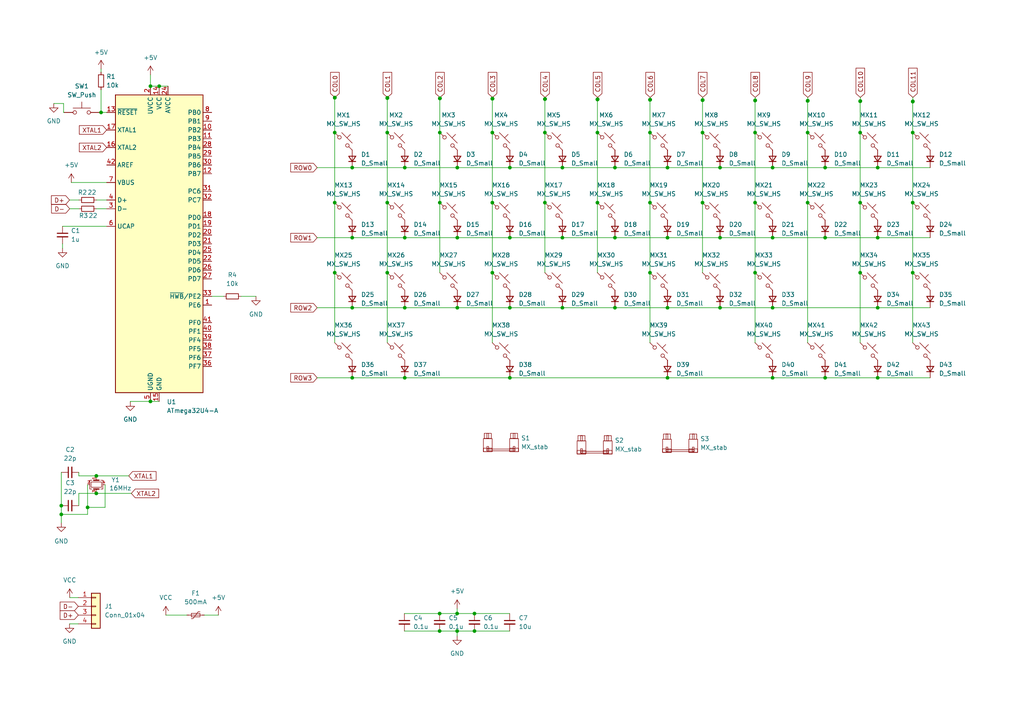
<source format=kicad_sch>
(kicad_sch (version 20230121) (generator eeschema)
  (paper "A4")
  (junction (at 264.7188 29.464))
  (junction (at 142.8496 28.6004))
  (junction (at 137.6172 177.9524))
  (junction (at 142.7988 28.6512))
  (junction (at 249.4788 79.0956))
  (junction (at 102.1588 48.6156))
  (junction (at 188.5188 28.956))
  (junction (at 117.3988 48.6156))
  (junction (at 234.2388 58.7756))
  (junction (at 193.5988 89.2556))
  (junction (at 97.0788 28.3464))
  (junction (at 43.6372 24.9936))
  (junction (at 173.2788 38.4556))
  (junction (at 127.5588 38.4556))
  (junction (at 254.5588 89.2556))
  (junction (at 117.3988 68.9356))
  (junction (at 203.7588 29.0576))
  (junction (at 239.3188 109.5756))
  (junction (at 102.1588 89.2556))
  (junction (at 43.6372 116.4336))
  (junction (at 97.0788 58.7756))
  (junction (at 132.6388 89.2556))
  (junction (at 178.3588 48.6156))
  (junction (at 112.3696 28.3972))
  (junction (at 264.7696 29.4132))
  (junction (at 224.0788 109.5756))
  (junction (at 264.7188 58.7756))
  (junction (at 203.7588 58.7756))
  (junction (at 224.0788 68.9356))
  (junction (at 102.1588 109.5756))
  (junction (at 254.5588 48.6156))
  (junction (at 97.1296 28.2956))
  (junction (at 25.4 147.1676))
  (junction (at 208.8388 89.2556))
  (junction (at 249.4788 58.7756))
  (junction (at 147.8788 109.5756))
  (junction (at 127.508 177.9524))
  (junction (at 163.1188 48.6156))
  (junction (at 193.5988 48.6156))
  (junction (at 218.9988 38.4556))
  (junction (at 249.4788 38.4556))
  (junction (at 117.3988 109.5756))
  (junction (at 208.8388 48.6156))
  (junction (at 97.0788 38.4556))
  (junction (at 117.3988 89.2556))
  (junction (at 158.0896 28.702))
  (junction (at 112.3188 79.0956))
  (junction (at 158.0388 58.7756))
  (junction (at 147.8788 89.2556))
  (junction (at 193.5988 68.9356))
  (junction (at 234.2388 38.4556))
  (junction (at 147.8788 48.6156))
  (junction (at 264.7188 38.4556))
  (junction (at 224.0788 89.2556))
  (junction (at 158.0388 38.4556))
  (junction (at 264.7188 79.0956))
  (junction (at 127.508 183.0324))
  (junction (at 188.5188 79.0956))
  (junction (at 29.3116 32.6136))
  (junction (at 224.0788 48.6156))
  (junction (at 132.6388 48.6156))
  (junction (at 249.5296 29.3116))
  (junction (at 178.3588 68.9356))
  (junction (at 163.1188 68.9356))
  (junction (at 254.5588 109.5756))
  (junction (at 46.1772 24.9936))
  (junction (at 193.5988 109.5756))
  (junction (at 234.2388 29.2608))
  (junction (at 178.3588 89.2556))
  (junction (at 219.0496 29.1084))
  (junction (at 239.3188 48.6156))
  (junction (at 17.78 146.6596))
  (junction (at 132.588 177.9524))
  (junction (at 127.5588 58.7756))
  (junction (at 97.0788 79.0956))
  (junction (at 132.6388 68.9356))
  (junction (at 112.3188 28.448))
  (junction (at 142.7988 58.7756))
  (junction (at 17.78 149.1996))
  (junction (at 158.0388 28.7528))
  (junction (at 102.1588 68.9356))
  (junction (at 112.3188 38.4556))
  (junction (at 173.3296 28.8036))
  (junction (at 188.5188 58.7756))
  (junction (at 127.5588 28.5496))
  (junction (at 27.94 138.0236))
  (junction (at 218.9988 79.0956))
  (junction (at 249.4788 29.3624))
  (junction (at 173.2788 28.8544))
  (junction (at 142.7988 79.0956))
  (junction (at 173.2788 58.7756))
  (junction (at 234.2896 29.21))
  (junction (at 188.5188 38.4556))
  (junction (at 27.94 143.1036))
  (junction (at 127.6096 28.4988))
  (junction (at 218.9988 58.7756))
  (junction (at 142.7988 38.4556))
  (junction (at 218.9988 29.1592))
  (junction (at 163.1188 89.2556))
  (junction (at 147.8788 68.9356))
  (junction (at 137.6172 183.0324))
  (junction (at 203.8096 29.0068))
  (junction (at 203.7588 38.4556))
  (junction (at 132.588 183.0324))
  (junction (at 188.5696 28.9052))
  (junction (at 254.5588 68.9356))
  (junction (at 112.3188 58.7756))
  (junction (at 239.3188 68.9356))
  (junction (at 208.8388 68.9356))
  (wire (pts (xy 188.5696 28.9052) (xy 188.5188 28.9052)))
  (wire (pts (xy 234.2388 29.21) (xy 234.2388 29.2608)))
  (wire (pts (xy 97.1296 28.2448) (xy 97.1296 28.2956)))
  (wire (pts (xy 158.0388 28.7528) (xy 158.0388 38.4556)))
  (wire (pts (xy 219.0496 29.1084) (xy 219.0496 29.1592)))
  (wire (pts (xy 249.5296 29.3624) (xy 249.4788 29.3624)))
  (wire (pts (xy 203.8096 29.0068) (xy 203.7588 29.0068)))
  (wire (pts (xy 234.2896 29.21) (xy 234.2388 29.21)))
  (wire (pts (xy 264.7188 58.7756) (xy 264.7188 79.0956)))
  (wire (pts (xy 173.2788 28.8544) (xy 173.2788 38.4556)))
  (wire (pts (xy 239.3188 68.9356) (xy 254.5588 68.9356)))
  (wire (pts (xy 46.1772 116.4336) (xy 43.6372 116.4336)))
  (wire (pts (xy 132.6388 89.2556) (xy 147.8788 89.2556)))
  (wire (pts (xy 102.1588 109.5756) (xy 117.3988 109.5756)))
  (wire (pts (xy 249.4788 29.3116) (xy 249.4788 29.3624)))
  (wire (pts (xy 203.8096 29.0576) (xy 203.7588 29.0576)))
  (wire (pts (xy 173.3296 28.2448) (xy 173.3296 28.8036)))
  (wire (pts (xy 142.8496 28.6004) (xy 142.8496 28.6512)))
  (wire (pts (xy 25.4 147.1676) (xy 25.4 149.1996)))
  (wire (pts (xy 173.2788 28.8036) (xy 173.2788 28.8544)))
  (wire (pts (xy 264.7188 29.464) (xy 264.7188 38.4556)))
  (wire (pts (xy 142.8496 28.6004) (xy 142.7988 28.6004)))
  (wire (pts (xy 97.1296 28.2956) (xy 97.1296 28.3464)))
  (wire (pts (xy 249.4788 38.4556) (xy 249.4788 58.7756)))
  (wire (pts (xy 97.1296 28.2956) (xy 97.0788 28.2956)))
  (wire (pts (xy 127.5588 38.4556) (xy 127.5588 58.7756)))
  (wire (pts (xy 158.0896 28.702) (xy 158.0388 28.702)))
  (wire (pts (xy 117.3988 109.5756) (xy 147.8788 109.5756)))
  (wire (pts (xy 147.8788 48.6156) (xy 163.1188 48.6156)))
  (wire (pts (xy 208.8388 68.9356) (xy 224.0788 68.9356)))
  (wire (pts (xy 178.3588 89.2556) (xy 193.5988 89.2556)))
  (wire (pts (xy 163.1188 89.2556) (xy 178.3588 89.2556)))
  (wire (pts (xy 27.9908 58.0136) (xy 30.9372 58.0136)))
  (wire (pts (xy 158.0896 28.702) (xy 158.0896 28.7528)))
  (wire (pts (xy 203.8096 28.2448) (xy 203.8096 29.0068)))
  (wire (pts (xy 142.8496 28.6512) (xy 142.7988 28.6512)))
  (wire (pts (xy 254.5588 89.2556) (xy 269.7988 89.2556)))
  (wire (pts (xy 127.5588 28.4988) (xy 127.5588 28.5496)))
  (wire (pts (xy 234.2896 29.2608) (xy 234.2388 29.2608)))
  (wire (pts (xy 127.5588 58.7756) (xy 127.5588 79.0956)))
  (wire (pts (xy 264.7696 28.2448) (xy 264.7696 29.4132)))
  (wire (pts (xy 25.4 149.1996) (xy 17.78 149.1996)))
  (wire (pts (xy 132.6388 68.9356) (xy 147.8788 68.9356)))
  (wire (pts (xy 43.6372 21.6916) (xy 43.6372 24.9936)))
  (wire (pts (xy 203.7588 29.0068) (xy 203.7588 29.0576)))
  (wire (pts (xy 97.0788 28.3464) (xy 97.0788 38.4556)))
  (wire (pts (xy 20.1676 58.0136) (xy 22.9108 58.0136)))
  (wire (pts (xy 218.9988 58.7756) (xy 218.9988 79.0956)))
  (wire (pts (xy 46.1772 24.9936) (xy 48.7172 24.9936)))
  (wire (pts (xy 249.4788 58.7756) (xy 249.4788 79.0956)))
  (wire (pts (xy 249.5296 28.2448) (xy 249.5296 29.3116)))
  (wire (pts (xy 91.9988 109.5756) (xy 102.1588 109.5756)))
  (wire (pts (xy 97.0788 38.4556) (xy 97.0788 58.7756)))
  (wire (pts (xy 117.2972 183.0324) (xy 127.508 183.0324)))
  (wire (pts (xy 254.5588 68.9356) (xy 269.7988 68.9356)))
  (wire (pts (xy 20.6756 52.9336) (xy 30.9372 52.9336)))
  (wire (pts (xy 91.9988 89.2556) (xy 102.1588 89.2556)))
  (wire (pts (xy 18.4404 30.0228) (xy 18.4404 32.6136)))
  (wire (pts (xy 158.0388 58.7756) (xy 158.0388 79.0956)))
  (wire (pts (xy 112.3696 28.2448) (xy 112.3696 28.3972)))
  (wire (pts (xy 28.8036 32.6136) (xy 29.3116 32.6136)))
  (wire (pts (xy 127.508 177.9524) (xy 132.588 177.9524)))
  (wire (pts (xy 112.3188 58.7756) (xy 112.3188 79.0956)))
  (wire (pts (xy 127.6096 28.5496) (xy 127.5588 28.5496)))
  (wire (pts (xy 127.6096 28.4988) (xy 127.5588 28.4988)))
  (wire (pts (xy 234.2388 58.7756) (xy 234.2388 99.4156)))
  (wire (pts (xy 127.5588 28.5496) (xy 127.5588 38.4556)))
  (wire (pts (xy 158.0896 28.7528) (xy 158.0388 28.7528)))
  (wire (pts (xy 20.2184 60.5536) (xy 22.9108 60.5536)))
  (wire (pts (xy 20.1676 180.9496) (xy 22.7076 180.9496)))
  (wire (pts (xy 147.8788 68.9356) (xy 163.1188 68.9356)))
  (wire (pts (xy 193.5988 68.9356) (xy 208.8388 68.9356)))
  (wire (pts (xy 112.3188 28.448) (xy 112.3188 38.4556)))
  (wire (pts (xy 37.338 138.0236) (xy 27.94 138.0236)))
  (wire (pts (xy 188.5696 28.9052) (xy 188.5696 28.956)))
  (wire (pts (xy 188.5696 28.2448) (xy 188.5696 28.9052)))
  (wire (pts (xy 178.3588 48.6156) (xy 193.5988 48.6156)))
  (wire (pts (xy 27.94 138.0236) (xy 22.86 138.0236)))
  (wire (pts (xy 193.5988 48.6156) (xy 208.8388 48.6156)))
  (wire (pts (xy 22.86 138.0236) (xy 22.86 137.0076)))
  (wire (pts (xy 208.8388 48.6156) (xy 224.0788 48.6156)))
  (wire (pts (xy 218.9988 29.1084) (xy 218.9988 29.1592)))
  (wire (pts (xy 18.1356 72.0344) (xy 18.1356 70.7136)))
  (wire (pts (xy 147.8788 109.5756) (xy 193.5988 109.5756)))
  (wire (pts (xy 132.588 177.9524) (xy 137.6172 177.9524)))
  (wire (pts (xy 137.6172 177.9524) (xy 147.828 177.9524)))
  (wire (pts (xy 203.7588 58.7756) (xy 203.7588 79.0956)))
  (wire (pts (xy 254.5588 109.5756) (xy 269.7988 109.5756)))
  (wire (pts (xy 64.8462 85.9536) (xy 61.4172 85.9536)))
  (wire (pts (xy 173.3296 28.8036) (xy 173.3296 28.8544)))
  (wire (pts (xy 193.5988 109.5756) (xy 224.0788 109.5756)))
  (wire (pts (xy 74.2442 85.9536) (xy 69.9262 85.9536)))
  (wire (pts (xy 249.4788 79.0956) (xy 249.4788 99.4156)))
  (wire (pts (xy 132.6388 48.6156) (xy 147.8788 48.6156)))
  (wire (pts (xy 102.1588 89.2556) (xy 117.3988 89.2556)))
  (wire (pts (xy 264.7696 29.4132) (xy 264.7696 29.464)))
  (wire (pts (xy 142.8496 28.2448) (xy 142.8496 28.6004)))
  (wire (pts (xy 224.0788 68.9356) (xy 239.3188 68.9356)))
  (wire (pts (xy 188.5696 28.956) (xy 188.5188 28.956)))
  (wire (pts (xy 97.0788 28.2956) (xy 97.0788 28.3464)))
  (wire (pts (xy 30.48 147.1676) (xy 25.4 147.1676)))
  (wire (pts (xy 142.7988 38.4556) (xy 142.7988 58.7756)))
  (wire (pts (xy 173.3296 28.8036) (xy 173.2788 28.8036)))
  (wire (pts (xy 17.78 151.638) (xy 17.78 149.1996)))
  (wire (pts (xy 219.0496 29.1592) (xy 218.9988 29.1592)))
  (wire (pts (xy 264.7188 29.4132) (xy 264.7188 29.464)))
  (wire (pts (xy 142.7988 58.7756) (xy 142.7988 79.0956)))
  (wire (pts (xy 112.3696 28.3972) (xy 112.3696 28.448)))
  (wire (pts (xy 112.3188 79.0956) (xy 112.3188 99.4156)))
  (wire (pts (xy 188.5188 58.7756) (xy 188.5188 79.0956)))
  (wire (pts (xy 178.3588 68.9356) (xy 193.5988 68.9356)))
  (wire (pts (xy 142.7988 28.6512) (xy 142.7988 38.4556)))
  (wire (pts (xy 117.3988 89.2556) (xy 132.6388 89.2556)))
  (wire (pts (xy 117.2972 177.9524) (xy 127.508 177.9524)))
  (wire (pts (xy 97.0788 79.0956) (xy 97.0788 99.4156)))
  (wire (pts (xy 188.5188 38.4556) (xy 188.5188 58.7756)))
  (wire (pts (xy 224.0788 48.6156) (xy 239.3188 48.6156)))
  (wire (pts (xy 43.6372 116.4336) (xy 37.7952 116.4336)))
  (wire (pts (xy 264.7696 29.464) (xy 264.7188 29.464)))
  (wire (pts (xy 91.9988 48.6156) (xy 102.1588 48.6156)))
  (wire (pts (xy 163.1188 48.6156) (xy 178.3588 48.6156)))
  (wire (pts (xy 27.94 143.1036) (xy 22.86 143.1036)))
  (wire (pts (xy 203.8096 29.0068) (xy 203.8096 29.0576)))
  (wire (pts (xy 142.7988 28.6004) (xy 142.7988 28.6512)))
  (wire (pts (xy 142.7988 79.0956) (xy 142.7988 99.4156)))
  (wire (pts (xy 264.7188 38.4556) (xy 264.7188 58.7756)))
  (wire (pts (xy 218.9988 29.1592) (xy 218.9988 38.4556)))
  (wire (pts (xy 218.9988 38.4556) (xy 218.9988 58.7756)))
  (wire (pts (xy 25.4 140.5636) (xy 25.4 147.1676)))
  (wire (pts (xy 173.2788 38.4556) (xy 173.2788 58.7756)))
  (wire (pts (xy 173.2788 58.7756) (xy 173.2788 79.0956)))
  (wire (pts (xy 30.48 140.5636) (xy 30.48 147.1676)))
  (wire (pts (xy 219.0496 29.1084) (xy 218.9988 29.1084)))
  (wire (pts (xy 97.0788 58.7756) (xy 97.0788 79.0956)))
  (wire (pts (xy 234.2388 29.2608) (xy 234.2388 38.4556)))
  (wire (pts (xy 17.78 137.0076) (xy 17.78 146.6596)))
  (wire (pts (xy 112.3188 38.4556) (xy 112.3188 58.7756)))
  (wire (pts (xy 219.0496 28.2448) (xy 219.0496 29.1084)))
  (wire (pts (xy 117.3988 68.9356) (xy 132.6388 68.9356)))
  (wire (pts (xy 18.4404 32.6136) (xy 18.6436 32.6136)))
  (wire (pts (xy 63.3476 178.4096) (xy 59.2836 178.4096)))
  (wire (pts (xy 173.3296 28.8544) (xy 173.2788 28.8544)))
  (wire (pts (xy 239.3188 109.5756) (xy 254.5588 109.5756)))
  (wire (pts (xy 163.1188 68.9356) (xy 178.3588 68.9356)))
  (wire (pts (xy 234.2896 29.21) (xy 234.2896 29.2608)))
  (wire (pts (xy 132.588 184.4548) (xy 132.588 183.0324)))
  (wire (pts (xy 27.9908 60.5536) (xy 30.9372 60.5536)))
  (wire (pts (xy 188.5188 28.9052) (xy 188.5188 28.956)))
  (wire (pts (xy 224.0788 109.5756) (xy 239.3188 109.5756)))
  (wire (pts (xy 137.6172 183.0324) (xy 147.828 183.0324)))
  (wire (pts (xy 37.7952 116.4336) (xy 37.7952 116.5606)))
  (wire (pts (xy 158.0388 28.702) (xy 158.0388 28.7528)))
  (wire (pts (xy 20.2184 173.3296) (xy 22.7076 173.3296)))
  (wire (pts (xy 218.9988 79.0956) (xy 218.9988 99.4156)))
  (wire (pts (xy 112.3696 28.448) (xy 112.3188 28.448)))
  (wire (pts (xy 193.5988 89.2556) (xy 208.8388 89.2556)))
  (wire (pts (xy 147.8788 89.2556) (xy 163.1188 89.2556)))
  (wire (pts (xy 158.0896 28.2448) (xy 158.0896 28.702)))
  (wire (pts (xy 112.3696 28.3972) (xy 112.3188 28.3972)))
  (wire (pts (xy 249.5296 29.3116) (xy 249.5296 29.3624)))
  (wire (pts (xy 54.2036 178.4096) (xy 48.1076 178.4096)))
  (wire (pts (xy 22.86 143.1036) (xy 22.86 146.6596)))
  (wire (pts (xy 127.6096 28.2448) (xy 127.6096 28.4988)))
  (wire (pts (xy 234.2896 28.2448) (xy 234.2896 29.21)))
  (wire (pts (xy 29.3116 26.0096) (xy 29.3116 32.6136)))
  (wire (pts (xy 203.7588 29.0576) (xy 203.7588 38.4556)))
  (wire (pts (xy 29.3116 32.6136) (xy 30.9372 32.6136)))
  (wire (pts (xy 254.5588 48.6156) (xy 269.7988 48.6156)))
  (wire (pts (xy 17.78 149.1996) (xy 17.78 146.6596)))
  (wire (pts (xy 127.508 183.0324) (xy 132.588 183.0324)))
  (wire (pts (xy 249.4788 29.3624) (xy 249.4788 38.4556)))
  (wire (pts (xy 249.5296 29.3116) (xy 249.4788 29.3116)))
  (wire (pts (xy 102.1588 68.9356) (xy 117.3988 68.9356)))
  (wire (pts (xy 29.3116 20.0152) (xy 29.3116 20.9296)))
  (wire (pts (xy 127.6096 28.4988) (xy 127.6096 28.5496)))
  (wire (pts (xy 239.3188 48.6156) (xy 254.5588 48.6156)))
  (wire (pts (xy 132.588 183.0324) (xy 137.6172 183.0324)))
  (wire (pts (xy 117.3988 48.6156) (xy 132.6388 48.6156)))
  (wire (pts (xy 43.6372 24.9936) (xy 46.1772 24.9936)))
  (wire (pts (xy 234.2388 38.4556) (xy 234.2388 58.7756)))
  (wire (pts (xy 132.588 176.53) (xy 132.588 177.9524)))
  (wire (pts (xy 18.1356 65.6336) (xy 30.9372 65.6336)))
  (wire (pts (xy 158.0388 38.4556) (xy 158.0388 58.7756)))
  (wire (pts (xy 208.8388 89.2556) (xy 224.0788 89.2556)))
  (wire (pts (xy 112.3188 28.3972) (xy 112.3188 28.448)))
  (wire (pts (xy 224.0788 89.2556) (xy 254.5588 89.2556)))
  (wire (pts (xy 97.1296 28.3464) (xy 97.0788 28.3464)))
  (wire (pts (xy 102.1588 48.6156) (xy 117.3988 48.6156)))
  (wire (pts (xy 38.1 143.1036) (xy 27.94 143.1036)))
  (wire (pts (xy 188.5188 79.0956) (xy 188.5188 99.4156)))
  (wire (pts (xy 188.5188 28.956) (xy 188.5188 38.4556)))
  (wire (pts (xy 264.7696 29.4132) (xy 264.7188 29.4132)))
  (wire (pts (xy 264.7188 79.0956) (xy 264.7188 99.4156)))
  (wire (pts (xy 15.5956 30.0228) (xy 18.4404 30.0228)))
  (wire (pts (xy 203.7588 38.4556) (xy 203.7588 58.7756)))
  (wire (pts (xy 91.9988 68.9356) (xy 102.1588 68.9356)))
  (global_label "COL3" (shape input) (at 142.8496 28.2448 90) (property "Intersheetrefs" "${INTERSHEET_REFS}" (effects hide)))
  (global_label "COL0" (shape input) (at 97.1296 28.2448 90) (property "Intersheetrefs" "${INTERSHEET_REFS}" (effects hide)))
  (global_label "ROW3" (shape input) (at 91.9988 109.5756 180) (property "Intersheetrefs" "${INTERSHEET_REFS}" (effects hide)))
  (global_label "COL11" (shape input) (at 264.7696 28.2448 90) (property "Intersheetrefs" "${INTERSHEET_REFS}" (effects hide)))
  (global_label "XTAL2" (shape input) (at 38.1 143.1036 0) (property "Intersheetrefs" "${INTERSHEET_REFS}" (effects hide)))
  (global_label "COL8" (shape input) (at 219.0496 28.2448 90) (property "Intersheetrefs" "${INTERSHEET_REFS}" (effects hide)))
  (global_label "COL2" (shape input) (at 127.6096 28.2448 90) (property "Intersheetrefs" "${INTERSHEET_REFS}" (effects hide)))
  (global_label "D+" (shape input) (at 20.1676 58.0136 180) (property "Intersheetrefs" "${INTERSHEET_REFS}" (effects hide)))
  (global_label "COL9" (shape input) (at 234.2896 28.2448 90) (property "Intersheetrefs" "${INTERSHEET_REFS}" (effects hide)))
  (global_label "COL7" (shape input) (at 203.8096 28.2448 90) (property "Intersheetrefs" "${INTERSHEET_REFS}" (effects hide)))
  (global_label "D+" (shape input) (at 22.7076 178.4096 180) (property "Intersheetrefs" "${INTERSHEET_REFS}" (effects hide)))
  (global_label "COL5" (shape input) (at 173.3296 28.2448 90) (property "Intersheetrefs" "${INTERSHEET_REFS}" (effects hide)))
  (global_label "COL4" (shape input) (at 158.0896 28.2448 90) (property "Intersheetrefs" "${INTERSHEET_REFS}" (effects hide)))
  (global_label "COL10" (shape input) (at 249.5296 28.2448 90) (property "Intersheetrefs" "${INTERSHEET_REFS}" (effects hide)))
  (global_label "D-" (shape input) (at 20.2184 60.5536 180) (property "Intersheetrefs" "${INTERSHEET_REFS}" (effects hide)))
  (global_label "ROW2" (shape input) (at 91.9988 89.2556 180) (property "Intersheetrefs" "${INTERSHEET_REFS}" (effects hide)))
  (global_label "XTAL2" (shape input) (at 30.9372 42.7736 180) (property "Intersheetrefs" "${INTERSHEET_REFS}" (effects hide)))
  (global_label "COL1" (shape input) (at 112.3696 28.2448 90) (property "Intersheetrefs" "${INTERSHEET_REFS}" (effects hide)))
  (global_label "XTAL1" (shape input) (at 37.338 138.0236 0) (property "Intersheetrefs" "${INTERSHEET_REFS}" (effects hide)))
  (global_label "XTAL1" (shape input) (at 30.9372 37.6936 180) (property "Intersheetrefs" "${INTERSHEET_REFS}" (effects hide)))
  (global_label "ROW1" (shape input) (at 91.9988 68.9356 180) (property "Intersheetrefs" "${INTERSHEET_REFS}" (effects hide)))
  (global_label "D-" (shape input) (at 22.7076 175.8696 180) (property "Intersheetrefs" "${INTERSHEET_REFS}" (effects hide)))
  (global_label "COL6" (shape input) (at 188.5696 28.2448 90) (property "Intersheetrefs" "${INTERSHEET_REFS}" (effects hide)))
  (global_label "ROW0" (shape input) (at 91.9988 48.6156 180) (property "Intersheetrefs" "${INTERSHEET_REFS}" (effects hide)))
  (symbol (lib_id "Device:D_Small") (at 208.8388 86.7156 90) (unit 1)
    (property "Reference" "D32" (at 211.3788 85.4456 90) (effects (justify right)))
    (property "Value" "D_Small" (at 211.3788 87.9856 90) (effects (justify right)))
    (property "Footprint" "Diode_SMD:D_SOD-123" (effects hide))
    (property "Sim.Device" "D" (effects hide))
    (property "Sim.Pins" "1=K 2=A" (effects hide))
  )
  (symbol (lib_id "PCM_marbastlib-mx:MX_SW_HS") (at 267.2588 101.9556 0) (unit 1)
    (property "Reference" "MX43" (at 267.2588 94.3356 0))
    (property "Value" "MX_SW_HS" (at 267.2588 96.8756 0))
    (property "Footprint" "PCM_marbastlib-mx:SW_MX_HS_1u" (effects hide))
  )
  (symbol (lib_id "power:GND") (at 18.1356 72.0344 0) (unit 1)
    (property "Reference" "#PWR05" (effects hide))
    (property "Value" "GND" (at 18.1356 77.1144 0))
  )
  (symbol (lib_id "Device:C_Small") (at 20.32 146.6596 90) (unit 1)
    (property "Reference" "C3" (at 20.3263 140.0556 90))
    (property "Value" "22p" (at 20.3263 142.5956 90))
    (property "Footprint" "Capacitor_SMD:C_0805_2012Metric" (effects hide))
  )
  (symbol (lib_id "Device:D_Small") (at 193.5988 86.7156 90) (unit 1)
    (property "Reference" "D31" (at 196.1388 85.4456 90) (effects (justify right)))
    (property "Value" "D_Small" (at 196.1388 87.9856 90) (effects (justify right)))
    (property "Footprint" "Diode_SMD:D_SOD-123" (effects hide))
    (property "Sim.Device" "D" (effects hide))
    (property "Sim.Pins" "1=K 2=A" (effects hide))
  )
  (symbol (lib_id "PCM_marbastlib-mx:MX_stab") (at 172.466 129.1336 0) (unit 1)
    (property "Reference" "S2" (at 178.308 127.7366 0) (effects (justify left)))
    (property "Value" "MX_stab" (at 178.308 130.2766 0) (effects (justify left)))
    (property "Footprint" "PCM_marbastlib-mx:STAB_MX_P_2.75u" (effects hide))
  )
  (symbol (lib_id "PCM_marbastlib-mx:MX_SW_HS") (at 114.8588 81.6356 0) (unit 1)
    (property "Reference" "MX26" (at 114.8588 74.0156 0))
    (property "Value" "MX_SW_HS" (at 114.8588 76.5556 0))
    (property "Footprint" "PCM_marbastlib-mx:SW_MX_HS_1u" (effects hide))
  )
  (symbol (lib_id "Device:D_Small") (at 239.3188 107.0356 90) (unit 1)
    (property "Reference" "D41" (at 241.8588 105.7656 90) (effects (justify right)))
    (property "Value" "D_Small" (at 241.8588 108.3056 90) (effects (justify right)))
    (property "Footprint" "Diode_SMD:D_SOD-123" (effects hide))
    (property "Sim.Device" "D" (effects hide))
    (property "Sim.Pins" "1=K 2=A" (effects hide))
  )
  (symbol (lib_id "PCM_marbastlib-mx:MX_SW_HS") (at 145.3388 81.6356 0) (unit 1)
    (property "Reference" "MX28" (at 145.3388 74.0156 0))
    (property "Value" "MX_SW_HS" (at 145.3388 76.5556 0))
    (property "Footprint" "PCM_marbastlib-mx:SW_MX_HS_1u" (effects hide))
  )
  (symbol (lib_id "PCM_marbastlib-mx:MX_SW_HS") (at 206.2988 40.9956 0) (unit 1)
    (property "Reference" "MX8" (at 206.2988 33.3756 0))
    (property "Value" "MX_SW_HS" (at 206.2988 35.9156 0))
    (property "Footprint" "PCM_marbastlib-mx:SW_MX_HS_1u" (effects hide))
  )
  (symbol (lib_id "PCM_marbastlib-mx:MX_SW_HS") (at 99.6188 61.3156 0) (unit 1)
    (property "Reference" "MX13" (at 99.6188 53.6956 0))
    (property "Value" "MX_SW_HS" (at 99.6188 56.2356 0))
    (property "Footprint" "PCM_marbastlib-mx:SW_MX_HS_1.25u" (effects hide))
  )
  (symbol (lib_id "Device:C_Small") (at 117.2972 180.4924 0) (unit 1)
    (property "Reference" "C4" (at 119.888 179.2287 0) (effects (justify left)))
    (property "Value" "0.1u" (at 119.888 181.7687 0) (effects (justify left)))
    (property "Footprint" "Capacitor_SMD:C_0805_2012Metric" (effects hide))
  )
  (symbol (lib_id "Device:D_Small") (at 102.1588 86.7156 90) (unit 1)
    (property "Reference" "D25" (at 104.6988 85.4456 90) (effects (justify right)))
    (property "Value" "D_Small" (at 104.6988 87.9856 90) (effects (justify right)))
    (property "Footprint" "Diode_SMD:D_SOD-123" (effects hide))
    (property "Sim.Device" "D" (effects hide))
    (property "Sim.Pins" "1=K 2=A" (effects hide))
  )
  (symbol (lib_id "power:GND") (at 17.78 151.638 0) (unit 1)
    (property "Reference" "#PWR08" (effects hide))
    (property "Value" "GND" (at 17.78 156.972 0))
  )
  (symbol (lib_id "Device:Polyfuse_Small") (at 56.7436 178.4096 90) (unit 1)
    (property "Reference" "F1" (at 56.7436 172.0596 90))
    (property "Value" "500mA" (at 56.7436 174.5996 90))
    (property "Footprint" "Fuse:Fuse_1206_3216Metric" (effects hide))
  )
  (symbol (lib_id "PCM_marbastlib-mx:MX_SW_HS") (at 221.5388 40.9956 0) (unit 1)
    (property "Reference" "MX9" (at 221.5388 33.3756 0))
    (property "Value" "MX_SW_HS" (at 221.5388 35.9156 0))
    (property "Footprint" "PCM_marbastlib-mx:SW_MX_HS_1u" (effects hide))
  )
  (symbol (lib_id "PCM_marbastlib-mx:MX_SW_HS") (at 145.3388 40.9956 0) (unit 1)
    (property "Reference" "MX4" (at 145.3388 33.3756 0))
    (property "Value" "MX_SW_HS" (at 145.3388 35.9156 0))
    (property "Footprint" "PCM_marbastlib-mx:SW_MX_HS_1u" (effects hide))
  )
  (symbol (lib_id "PCM_marbastlib-mx:MX_SW_HS") (at 206.2988 61.3156 0) (unit 1)
    (property "Reference" "MX20" (at 206.2988 53.6956 0))
    (property "Value" "MX_SW_HS" (at 206.2988 56.2356 0))
    (property "Footprint" "PCM_marbastlib-mx:SW_MX_HS_1u" (effects hide))
  )
  (symbol (lib_id "MCU_Microchip_ATmega:ATmega32U4-A") (at 46.1772 70.7136 0) (unit 1)
    (property "Reference" "U1" (at 48.3713 116.5606 0) (effects (justify left)))
    (property "Value" "ATmega32U4-A" (at 48.3713 119.1006 0) (effects (justify left)))
    (property "Footprint" "Package_QFP:TQFP-44_10x10mm_P0.8mm" (effects hide))
    (property "Datasheet" "http://ww1.microchip.com/downloads/en/DeviceDoc/Atmel-7766-8-bit-AVR-ATmega16U4-32U4_Datasheet.pdf" (effects hide))
  )
  (symbol (lib_id "Device:R_Small") (at 25.4508 58.0136 90) (unit 1)
    (property "Reference" "R2" (at 23.9268 55.8038 90))
    (property "Value" "22" (at 26.67 55.8038 90))
    (property "Footprint" "Resistor_SMD:R_0805_2012Metric" (effects hide))
  )
  (symbol (lib_id "PCM_marbastlib-mx:MX_SW_HS") (at 145.3388 101.9556 0) (unit 1)
    (property "Reference" "MX38" (at 145.3388 94.3356 0))
    (property "Value" "MX_SW_HS" (at 145.3388 96.8756 0))
    (property "Footprint" "PCM_marbastlib-mx:SW_MX_HS_1u" (effects hide))
  )
  (symbol (lib_id "power:GND") (at 132.588 184.4548 0) (unit 1)
    (property "Reference" "#PWR014" (effects hide))
    (property "Value" "GND" (at 132.588 189.5348 0))
  )
  (symbol (lib_id "PCM_marbastlib-mx:MX_SW_HS") (at 206.2988 81.6356 0) (unit 1)
    (property "Reference" "MX32" (at 206.2988 74.0156 0))
    (property "Value" "MX_SW_HS" (at 206.2988 76.5556 0))
    (property "Footprint" "PCM_marbastlib-mx:SW_MX_HS_1u" (effects hide))
  )
  (symbol (lib_id "Device:D_Small") (at 178.3588 46.0756 90) (unit 1)
    (property "Reference" "D6" (at 180.8988 44.8056 90) (effects (justify right)))
    (property "Value" "D_Small" (at 180.8988 47.3456 90) (effects (justify right)))
    (property "Footprint" "Diode_SMD:D_SOD-123" (effects hide))
    (property "Sim.Device" "D" (effects hide))
    (property "Sim.Pins" "1=K 2=A" (effects hide))
  )
  (symbol (lib_id "power:+5V") (at 20.6756 52.9336 0) (unit 1)
    (property "Reference" "#PWR04" (effects hide))
    (property "Value" "+5V" (at 20.6756 47.8536 0))
  )
  (symbol (lib_id "Device:C_Small") (at 147.828 180.4924 0) (unit 1)
    (property "Reference" "C7" (at 150.4188 179.2287 0) (effects (justify left)))
    (property "Value" "10u" (at 150.4188 181.7687 0) (effects (justify left)))
    (property "Footprint" "Capacitor_SMD:C_0805_2012Metric" (effects hide))
  )
  (symbol (lib_id "PCM_marbastlib-mx:MX_SW_HS") (at 114.8588 101.9556 0) (unit 1)
    (property "Reference" "MX37" (at 114.8588 94.3356 0))
    (property "Value" "MX_SW_HS" (at 114.8588 96.8756 0))
    (property "Footprint" "PCM_marbastlib-mx:SW_MX_HS_1.25u" (effects hide))
  )
  (symbol (lib_id "Device:R_Small") (at 29.3116 23.4696 0) (unit 1)
    (property "Reference" "R1" (at 30.8356 22.1996 0) (effects (justify left)))
    (property "Value" "10k" (at 30.8356 24.7396 0) (effects (justify left)))
    (property "Footprint" "Resistor_SMD:R_0805_2012Metric" (effects hide))
  )
  (symbol (lib_id "PCM_marbastlib-mx:MX_SW_HS") (at 252.0188 81.6356 0) (unit 1)
    (property "Reference" "MX34" (at 252.0188 74.0156 0))
    (property "Value" "MX_SW_HS" (at 252.0188 76.5556 0))
    (property "Footprint" "PCM_marbastlib-mx:SW_MX_HS_1u" (effects hide))
  )
  (symbol (lib_id "PCM_marbastlib-mx:MX_SW_HS") (at 221.5388 61.3156 0) (unit 1)
    (property "Reference" "MX21" (at 221.5388 53.6956 0))
    (property "Value" "MX_SW_HS" (at 221.5388 56.2356 0))
    (property "Footprint" "PCM_marbastlib-mx:SW_MX_HS_1u" (effects hide))
  )
  (symbol (lib_id "Switch:SW_Push") (at 23.7236 32.6136 0) (mirror y) (unit 1)
    (property "Reference" "SW1" (at 23.7236 24.9936 0))
    (property "Value" "SW_Push" (at 23.7236 27.5336 0))
    (property "Footprint" "Button_Switch_SMD:SW_SPST_TL3342" (effects hide))
  )
  (symbol (lib_id "Device:D_Small") (at 254.5588 86.7156 90) (unit 1)
    (property "Reference" "D34" (at 257.0988 85.4456 90) (effects (justify right)))
    (property "Value" "D_Small" (at 257.0988 87.9856 90) (effects (justify right)))
    (property "Footprint" "Diode_SMD:D_SOD-123" (effects hide))
    (property "Sim.Device" "D" (effects hide))
    (property "Sim.Pins" "1=K 2=A" (effects hide))
  )
  (symbol (lib_id "Device:D_Small") (at 239.3188 66.3956 90) (unit 1)
    (property "Reference" "D22" (at 241.8588 65.1256 90) (effects (justify right)))
    (property "Value" "D_Small" (at 241.8588 67.6656 90) (effects (justify right)))
    (property "Footprint" "Diode_SMD:D_SOD-123" (effects hide))
    (property "Sim.Device" "D" (effects hide))
    (property "Sim.Pins" "1=K 2=A" (effects hide))
  )
  (symbol (lib_id "PCM_marbastlib-mx:MX_stab") (at 197.2564 128.6764 0) (unit 1)
    (property "Reference" "S3" (at 203.0984 127.2794 0) (effects (justify left)))
    (property "Value" "MX_stab" (at 203.0984 129.8194 0) (effects (justify left)))
    (property "Footprint" "PCM_marbastlib-mx:STAB_MX_P_ISO-ROT" (effects hide))
  )
  (symbol (lib_id "Device:D_Small") (at 163.1188 66.3956 90) (unit 1)
    (property "Reference" "D17" (at 165.6588 65.1256 90) (effects (justify right)))
    (property "Value" "D_Small" (at 165.6588 67.6656 90) (effects (justify right)))
    (property "Footprint" "Diode_SMD:D_SOD-123" (effects hide))
    (property "Sim.Device" "D" (effects hide))
    (property "Sim.Pins" "1=K 2=A" (effects hide))
  )
  (symbol (lib_id "Device:D_Small") (at 132.6388 46.0756 90) (unit 1)
    (property "Reference" "D3" (at 135.1788 44.8056 90) (effects (justify right)))
    (property "Value" "D_Small" (at 135.1788 47.3456 90) (effects (justify right)))
    (property "Footprint" "Diode_SMD:D_SOD-123" (effects hide))
    (property "Sim.Device" "D" (effects hide))
    (property "Sim.Pins" "1=K 2=A" (effects hide))
  )
  (symbol (lib_id "Device:D_Small") (at 269.7988 107.0356 90) (unit 1)
    (property "Reference" "D43" (at 272.3388 105.7656 90) (effects (justify right)))
    (property "Value" "D_Small" (at 272.3388 108.3056 90) (effects (justify right)))
    (property "Footprint" "Diode_SMD:D_SOD-123" (effects hide))
    (property "Sim.Device" "D" (effects hide))
    (property "Sim.Pins" "1=K 2=A" (effects hide))
  )
  (symbol (lib_id "PCM_marbastlib-mx:MX_SW_HS") (at 130.0988 81.6356 0) (unit 1)
    (property "Reference" "MX27" (at 130.0988 74.0156 0))
    (property "Value" "MX_SW_HS" (at 130.0988 76.5556 0))
    (property "Footprint" "PCM_marbastlib-mx:SW_MX_HS_1u" (effects hide))
  )
  (symbol (lib_id "Connector_Generic:Conn_01x04") (at 27.7876 175.8696 0) (unit 1)
    (property "Reference" "J1" (at 30.3276 175.8696 0) (effects (justify left)))
    (property "Value" "Conn_01x04" (at 30.3276 178.4096 0) (effects (justify left)))
    (property "Footprint" "Connector_JST:JST_SH_SM04B-SRSS-TB_1x04-1MP_P1.00mm_Horizontal" (effects hide))
  )
  (symbol (lib_id "Device:D_Small") (at 254.5588 107.0356 90) (unit 1)
    (property "Reference" "D42" (at 257.0988 105.7656 90) (effects (justify right)))
    (property "Value" "D_Small" (at 257.0988 108.3056 90) (effects (justify right)))
    (property "Footprint" "Diode_SMD:D_SOD-123" (effects hide))
    (property "Sim.Device" "D" (effects hide))
    (property "Sim.Pins" "1=K 2=A" (effects hide))
  )
  (symbol (lib_id "Device:D_Small") (at 224.0788 86.7156 90) (unit 1)
    (property "Reference" "D33" (at 226.6188 85.4456 90) (effects (justify right)))
    (property "Value" "D_Small" (at 226.6188 87.9856 90) (effects (justify right)))
    (property "Footprint" "Diode_SMD:D_SOD-123" (effects hide))
    (property "Sim.Device" "D" (effects hide))
    (property "Sim.Pins" "1=K 2=A" (effects hide))
  )
  (symbol (lib_id "Device:D_Small") (at 178.3588 86.7156 90) (unit 1)
    (property "Reference" "D30" (at 180.8988 85.4456 90) (effects (justify right)))
    (property "Value" "D_Small" (at 180.8988 87.9856 90) (effects (justify right)))
    (property "Footprint" "Diode_SMD:D_SOD-123" (effects hide))
    (property "Sim.Device" "D" (effects hide))
    (property "Sim.Pins" "1=K 2=A" (effects hide))
  )
  (symbol (lib_id "PCM_marbastlib-mx:MX_SW_HS") (at 99.6188 81.6356 0) (unit 1)
    (property "Reference" "MX25" (at 99.6188 74.0156 0))
    (property "Value" "MX_SW_HS" (at 99.6188 76.5556 0))
    (property "Footprint" "PCM_marbastlib-mx:SW_MX_HS_1.5u" (effects hide))
  )
  (symbol (lib_id "PCM_marbastlib-mx:MX_SW_HS") (at 191.0588 61.3156 0) (unit 1)
    (property "Reference" "MX19" (at 191.0588 53.6956 0))
    (property "Value" "MX_SW_HS" (at 191.0588 56.2356 0))
    (property "Footprint" "PCM_marbastlib-mx:SW_MX_HS_1u" (effects hide))
  )
  (symbol (lib_id "Device:C_Small") (at 20.32 137.0076 90) (unit 1)
    (property "Reference" "C2" (at 20.3263 130.4036 90))
    (property "Value" "22p" (at 20.3263 132.9436 90))
    (property "Footprint" "Capacitor_SMD:C_0805_2012Metric" (effects hide))
  )
  (symbol (lib_id "Device:D_Small") (at 117.3988 66.3956 90) (unit 1)
    (property "Reference" "D14" (at 119.9388 65.1256 90) (effects (justify right)))
    (property "Value" "D_Small" (at 119.9388 67.6656 90) (effects (justify right)))
    (property "Footprint" "Diode_SMD:D_SOD-123" (effects hide))
    (property "Sim.Device" "D" (effects hide))
    (property "Sim.Pins" "1=K 2=A" (effects hide))
  )
  (symbol (lib_id "PCM_marbastlib-mx:MX_SW_HS") (at 114.8588 40.9956 0) (unit 1)
    (property "Reference" "MX2" (at 114.8588 33.3756 0))
    (property "Value" "MX_SW_HS" (at 114.8588 35.9156 0))
    (property "Footprint" "PCM_marbastlib-mx:SW_MX_HS_1u" (effects hide))
  )
  (symbol (lib_id "PCM_marbastlib-mx:MX_SW_HS") (at 267.2588 61.3156 0) (unit 1)
    (property "Reference" "MX24" (at 267.2588 53.6956 0))
    (property "Value" "MX_SW_HS" (at 267.2588 56.2356 0))
    (property "Footprint" "PCM_marbastlib-mx:SW_MX_HS_1u" (effects hide))
  )
  (symbol (lib_id "Device:D_Small") (at 208.8388 66.3956 90) (unit 1)
    (property "Reference" "D20" (at 211.3788 65.1256 90) (effects (justify right)))
    (property "Value" "D_Small" (at 211.3788 67.6656 90) (effects (justify right)))
    (property "Footprint" "Diode_SMD:D_SOD-123" (effects hide))
    (property "Sim.Device" "D" (effects hide))
    (property "Sim.Pins" "1=K 2=A" (effects hide))
  )
  (symbol (lib_id "Device:D_Small") (at 269.7988 66.3956 90) (unit 1)
    (property "Reference" "D24" (at 272.3388 65.1256 90) (effects (justify right)))
    (property "Value" "D_Small" (at 272.3388 67.6656 90) (effects (justify right)))
    (property "Footprint" "Diode_SMD:D_SOD-123" (effects hide))
    (property "Sim.Device" "D" (effects hide))
    (property "Sim.Pins" "1=K 2=A" (effects hide))
  )
  (symbol (lib_id "PCM_marbastlib-mx:MX_SW_HS") (at 99.6188 101.9556 0) (unit 1)
    (property "Reference" "MX36" (at 99.6188 94.3356 0))
    (property "Value" "MX_SW_HS" (at 99.6188 96.8756 0))
    (property "Footprint" "PCM_marbastlib-mx:SW_MX_HS_1u" (effects hide))
  )
  (symbol (lib_id "PCM_marbastlib-mx:MX_SW_HS") (at 160.5788 81.6356 0) (unit 1)
    (property "Reference" "MX29" (at 160.5788 74.0156 0))
    (property "Value" "MX_SW_HS" (at 160.5788 76.5556 0))
    (property "Footprint" "PCM_marbastlib-mx:SW_MX_HS_1u" (effects hide))
  )
  (symbol (lib_id "PCM_marbastlib-mx:MX_SW_HS") (at 267.2588 40.9956 0) (unit 1)
    (property "Reference" "MX12" (at 267.2588 33.3756 0))
    (property "Value" "MX_SW_HS" (at 267.2588 35.9156 0))
    (property "Footprint" "PCM_marbastlib-mx:SW_MX_HS_1u" (effects hide))
  )
  (symbol (lib_id "Device:C_Small") (at 137.6172 180.4924 0) (unit 1)
    (property "Reference" "C6" (at 140.208 179.2287 0) (effects (justify left)))
    (property "Value" "0.1u" (at 140.208 181.7687 0) (effects (justify left)))
    (property "Footprint" "Capacitor_SMD:C_0805_2012Metric" (effects hide))
  )
  (symbol (lib_id "PCM_marbastlib-mx:MX_SW_HS") (at 191.0588 101.9556 0) (unit 1)
    (property "Reference" "MX39" (at 191.0588 94.3356 0))
    (property "Value" "MX_SW_HS" (at 191.0588 96.8756 0))
    (property "Footprint" "PCM_marbastlib-mx:SW_MX_HS_1u" (effects hide))
  )
  (symbol (lib_id "Device:D_Small") (at 178.3588 66.3956 90) (unit 1)
    (property "Reference" "D18" (at 180.8988 65.1256 90) (effects (justify right)))
    (property "Value" "D_Small" (at 180.8988 67.6656 90) (effects (justify right)))
    (property "Footprint" "Diode_SMD:D_SOD-123" (effects hide))
    (property "Sim.Device" "D" (effects hide))
    (property "Sim.Pins" "1=K 2=A" (effects hide))
  )
  (symbol (lib_id "PCM_marbastlib-mx:MX_SW_HS") (at 252.0188 61.3156 0) (unit 1)
    (property "Reference" "MX23" (at 252.0188 53.6956 0))
    (property "Value" "MX_SW_HS" (at 252.0188 56.2356 0))
    (property "Footprint" "PCM_marbastlib-mx:SW_MX_HS_1u" (effects hide))
  )
  (symbol (lib_id "PCM_marbastlib-mx:MX_SW_HS") (at 145.3388 61.3156 0) (unit 1)
    (property "Reference" "MX16" (at 145.3388 53.6956 0))
    (property "Value" "MX_SW_HS" (at 145.3388 56.2356 0))
    (property "Footprint" "PCM_marbastlib-mx:SW_MX_HS_1u" (effects hide))
  )
  (symbol (lib_id "PCM_marbastlib-mx:MX_SW_HS") (at 99.6188 40.9956 0) (unit 1)
    (property "Reference" "MX1" (at 99.6188 33.3756 0))
    (property "Value" "MX_SW_HS" (at 99.6188 35.9156 0))
    (property "Footprint" "PCM_marbastlib-mx:SW_MX_HS_1u" (effects hide))
  )
  (symbol (lib_id "Device:C_Small") (at 127.508 180.4924 0) (unit 1)
    (property "Reference" "C5" (at 130.0988 179.2287 0) (effects (justify left)))
    (property "Value" "0.1u" (at 130.0988 181.7687 0) (effects (justify left)))
    (property "Footprint" "Capacitor_SMD:C_0805_2012Metric" (effects hide))
  )
  (symbol (lib_id "Device:D_Small") (at 254.5588 46.0756 90) (unit 1)
    (property "Reference" "D11" (at 257.0988 44.8056 90) (effects (justify right)))
    (property "Value" "D_Small" (at 257.0988 47.3456 90) (effects (justify right)))
    (property "Footprint" "Diode_SMD:D_SOD-123" (effects hide))
    (property "Sim.Device" "D" (effects hide))
    (property "Sim.Pins" "1=K 2=A" (effects hide))
  )
  (symbol (lib_id "power:+5V") (at 43.6372 21.6916 0) (unit 1)
    (property "Reference" "#PWR02" (effects hide))
    (property "Value" "+5V" (at 43.6372 16.7386 0))
  )
  (symbol (lib_id "PCM_marbastlib-mx:MX_SW_HS") (at 175.8188 61.3156 0) (unit 1)
    (property "Reference" "MX18" (at 175.8188 53.6956 0))
    (property "Value" "MX_SW_HS" (at 175.8188 56.2356 0))
    (property "Footprint" "PCM_marbastlib-mx:SW_MX_HS_1u" (effects hide))
  )
  (symbol (lib_id "Device:D_Small") (at 224.0788 66.3956 90) (unit 1)
    (property "Reference" "D21" (at 226.6188 65.1256 90) (effects (justify right)))
    (property "Value" "D_Small" (at 226.6188 67.6656 90) (effects (justify right)))
    (property "Footprint" "Diode_SMD:D_SOD-123" (effects hide))
    (property "Sim.Device" "D" (effects hide))
    (property "Sim.Pins" "1=K 2=A" (effects hide))
  )
  (symbol (lib_id "power:+5V") (at 63.3476 178.4096 0) (unit 1)
    (property "Reference" "#PWR012" (effects hide))
    (property "Value" "+5V" (at 63.3476 173.3296 0))
  )
  (symbol (lib_id "Device:R_Small") (at 25.4508 60.5536 90) (unit 1)
    (property "Reference" "R3" (at 24.2316 62.5348 90))
    (property "Value" "22" (at 26.9748 62.5348 90))
    (property "Footprint" "Resistor_SMD:R_0805_2012Metric" (effects hide))
  )
  (symbol (lib_id "power:GND") (at 20.1676 180.9496 0) (unit 1)
    (property "Reference" "#PWR013" (effects hide))
    (property "Value" "GND" (at 20.1676 186.0296 0))
  )
  (symbol (lib_id "PCM_marbastlib-mx:MX_SW_HS") (at 175.8188 40.9956 0) (unit 1)
    (property "Reference" "MX6" (at 175.8188 33.3756 0))
    (property "Value" "MX_SW_HS" (at 175.8188 35.9156 0))
    (property "Footprint" "PCM_marbastlib-mx:SW_MX_HS_1u" (effects hide))
  )
  (symbol (lib_id "PCM_marbastlib-mx:MX_SW_HS") (at 267.2588 81.6356 0) (unit 1)
    (property "Reference" "MX35" (at 267.2588 74.0156 0))
    (property "Value" "MX_SW_HS" (at 267.2588 76.5556 0))
    (property "Footprint" "PCM_marbastlib-mx:SW_MX_HS_1u" (effects hide))
  )
  (symbol (lib_id "Device:D_Small") (at 224.0788 46.0756 90) (unit 1)
    (property "Reference" "D9" (at 226.6188 44.8056 90) (effects (justify right)))
    (property "Value" "D_Small" (at 226.6188 47.3456 90) (effects (justify right)))
    (property "Footprint" "Diode_SMD:D_SOD-123" (effects hide))
    (property "Sim.Device" "D" (effects hide))
    (property "Sim.Pins" "1=K 2=A" (effects hide))
  )
  (symbol (lib_id "PCM_marbastlib-mx:MX_SW_HS") (at 191.0588 81.6356 0) (unit 1)
    (property "Reference" "MX31" (at 191.0588 74.0156 0))
    (property "Value" "MX_SW_HS" (at 191.0588 76.5556 0))
    (property "Footprint" "PCM_marbastlib-mx:SW_MX_HS_1u" (effects hide))
  )
  (symbol (lib_id "PCM_marbastlib-mx:MX_SW_HS") (at 114.8588 61.3156 0) (unit 1)
    (property "Reference" "MX14" (at 114.8588 53.6956 0))
    (property "Value" "MX_SW_HS" (at 114.8588 56.2356 0))
    (property "Footprint" "PCM_marbastlib-mx:SW_MX_HS_1u" (effects hide))
  )
  (symbol (lib_id "Device:D_Small") (at 224.0788 107.0356 90) (unit 1)
    (property "Reference" "D40" (at 226.6188 105.7656 90) (effects (justify right)))
    (property "Value" "D_Small" (at 226.6188 108.3056 90) (effects (justify right)))
    (property "Footprint" "Diode_SMD:D_SOD-123" (effects hide))
    (property "Sim.Device" "D" (effects hide))
    (property "Sim.Pins" "1=K 2=A" (effects hide))
  )
  (symbol (lib_id "Device:D_Small") (at 117.3988 86.7156 90) (unit 1)
    (property "Reference" "D26" (at 119.9388 85.4456 90) (effects (justify right)))
    (property "Value" "D_Small" (at 119.9388 87.9856 90) (effects (justify right)))
    (property "Footprint" "Diode_SMD:D_SOD-123" (effects hide))
    (property "Sim.Device" "D" (effects hide))
    (property "Sim.Pins" "1=K 2=A" (effects hide))
  )
  (symbol (lib_id "PCM_marbastlib-mx:MX_SW_HS") (at 130.0988 40.9956 0) (unit 1)
    (property "Reference" "MX3" (at 130.0988 33.3756 0))
    (property "Value" "MX_SW_HS" (at 130.0988 35.9156 0))
    (property "Footprint" "PCM_marbastlib-mx:SW_MX_HS_1u" (effects hide))
  )
  (symbol (lib_id "Device:D_Small") (at 269.7988 46.0756 90) (unit 1)
    (property "Reference" "D12" (at 272.3388 44.8056 90) (effects (justify right)))
    (property "Value" "D_Small" (at 272.3388 47.3456 90) (effects (justify right)))
    (property "Footprint" "Diode_SMD:D_SOD-123" (effects hide))
    (property "Sim.Device" "D" (effects hide))
    (property "Sim.Pins" "1=K 2=A" (effects hide))
  )
  (symbol (lib_id "Device:D_Small") (at 147.8788 66.3956 90) (unit 1)
    (property "Reference" "D16" (at 150.4188 65.1256 90) (effects (justify right)))
    (property "Value" "D_Small" (at 150.4188 67.6656 90) (effects (justify right)))
    (property "Footprint" "Diode_SMD:D_SOD-123" (effects hide))
    (property "Sim.Device" "D" (effects hide))
    (property "Sim.Pins" "1=K 2=A" (effects hide))
  )
  (symbol (lib_id "Device:Crystal_GND24_Small") (at 27.94 140.5636 270) (unit 1)
    (property "Reference" "Y1" (at 33.528 139.192 90))
    (property "Value" "16MHz" (at 34.8996 141.5796 90))
    (property "Footprint" "Crystal:Crystal_SMD_3225-4Pin_3.2x2.5mm" (effects hide))
  )
  (symbol (lib_id "PCM_marbastlib-mx:MX_SW_HS") (at 236.7788 40.9956 0) (unit 1)
    (property "Reference" "MX10" (at 236.7788 33.3756 0))
    (property "Value" "MX_SW_HS" (at 236.7788 35.9156 0))
    (property "Footprint" "PCM_marbastlib-mx:SW_MX_HS_1.75u" (effects hide))
  )
  (symbol (lib_id "PCM_marbastlib-mx:MX_SW_HS") (at 175.8188 81.6356 0) (unit 1)
    (property "Reference" "MX30" (at 175.8188 74.0156 0))
    (property "Value" "MX_SW_HS" (at 175.8188 76.5556 0))
    (property "Footprint" "PCM_marbastlib-mx:SW_MX_HS_1u" (effects hide))
  )
  (symbol (lib_id "PCM_marbastlib-mx:MX_SW_HS") (at 221.5388 81.6356 0) (unit 1)
    (property "Reference" "MX33" (at 221.5388 74.0156 0))
    (property "Value" "MX_SW_HS" (at 221.5388 76.5556 0))
    (property "Footprint" "PCM_marbastlib-mx:SW_MX_HS_1u" (effects hide))
  )
  (symbol (lib_id "Device:R_Small") (at 67.3862 85.9536 90) (unit 1)
    (property "Reference" "R4" (at 67.3862 79.7306 90))
    (property "Value" "10k" (at 67.3862 82.2706 90))
    (property "Footprint" "Resistor_SMD:R_0805_2012Metric" (effects hide))
  )
  (symbol (lib_id "Device:C_Small") (at 18.1356 68.1736 0) (unit 1)
    (property "Reference" "C1" (at 20.574 66.9099 0) (effects (justify left)))
    (property "Value" "1u" (at 20.574 69.4499 0) (effects (justify left)))
    (property "Footprint" "Capacitor_SMD:C_0805_2012Metric" (effects hide))
  )
  (symbol (lib_id "Device:D_Small") (at 147.8788 86.7156 90) (unit 1)
    (property "Reference" "D28" (at 150.4188 85.4456 90) (effects (justify right)))
    (property "Value" "D_Small" (at 150.4188 87.9856 90) (effects (justify right)))
    (property "Footprint" "Diode_SMD:D_SOD-123" (effects hide))
    (property "Sim.Device" "D" (effects hide))
    (property "Sim.Pins" "1=K 2=A" (effects hide))
  )
  (symbol (lib_id "Device:D_Small") (at 239.3188 46.0756 90) (unit 1)
    (property "Reference" "D10" (at 241.8588 44.8056 90) (effects (justify right)))
    (property "Value" "D_Small" (at 241.8588 47.3456 90) (effects (justify right)))
    (property "Footprint" "Diode_SMD:D_SOD-123" (effects hide))
    (property "Sim.Device" "D" (effects hide))
    (property "Sim.Pins" "1=K 2=A" (effects hide))
  )
  (symbol (lib_id "Device:D_Small") (at 269.7988 86.7156 90) (unit 1)
    (property "Reference" "D35" (at 272.3388 85.4456 90) (effects (justify right)))
    (property "Value" "D_Small" (at 272.3388 87.9856 90) (effects (justify right)))
    (property "Footprint" "Diode_SMD:D_SOD-123" (effects hide))
    (property "Sim.Device" "D" (effects hide))
    (property "Sim.Pins" "1=K 2=A" (effects hide))
  )
  (symbol (lib_id "Device:D_Small") (at 117.3988 107.0356 90) (unit 1)
    (property "Reference" "D37" (at 119.9388 105.7656 90) (effects (justify right)))
    (property "Value" "D_Small" (at 119.9388 108.3056 90) (effects (justify right)))
    (property "Footprint" "Diode_SMD:D_SOD-123" (effects hide))
    (property "Sim.Device" "D" (effects hide))
    (property "Sim.Pins" "1=K 2=A" (effects hide))
  )
  (symbol (lib_id "PCM_marbastlib-mx:MX_SW_HS") (at 236.7788 61.3156 0) (unit 1)
    (property "Reference" "MX22" (at 236.7788 53.6956 0))
    (property "Value" "MX_SW_HS" (at 236.7788 56.2356 0))
    (property "Footprint" "PCM_marbastlib-mx:SW_MX_HS_1u" (effects hide))
  )
  (symbol (lib_id "Device:D_Small") (at 163.1188 46.0756 90) (unit 1)
    (property "Reference" "D5" (at 165.6588 44.8056 90) (effects (justify right)))
    (property "Value" "D_Small" (at 165.6588 47.3456 90) (effects (justify right)))
    (property "Footprint" "Diode_SMD:D_SOD-123" (effects hide))
    (property "Sim.Device" "D" (effects hide))
    (property "Sim.Pins" "1=K 2=A" (effects hide))
  )
  (symbol (lib_id "power:VCC") (at 48.1076 178.4096 0) (unit 1)
    (property "Reference" "#PWR011" (effects hide))
    (property "Value" "VCC" (at 48.1076 173.3296 0))
  )
  (symbol (lib_id "Device:D_Small") (at 147.8788 46.0756 90) (unit 1)
    (property "Reference" "D4" (at 150.4188 44.8056 90) (effects (justify right)))
    (property "Value" "D_Small" (at 150.4188 47.3456 90) (effects (justify right)))
    (property "Footprint" "Diode_SMD:D_SOD-123" (effects hide))
    (property "Sim.Device" "D" (effects hide))
    (property "Sim.Pins" "1=K 2=A" (effects hide))
  )
  (symbol (lib_id "power:GND") (at 15.5956 30.0228 0) (unit 1)
    (property "Reference" "#PWR03" (effects hide))
    (property "Value" "GND" (at 15.5956 35.1028 0))
  )
  (symbol (lib_id "Device:D_Small") (at 163.1188 86.7156 90) (unit 1)
    (property "Reference" "D29" (at 165.6588 85.4456 90) (effects (justify right)))
    (property "Value" "D_Small" (at 165.6588 87.9856 90) (effects (justify right)))
    (property "Footprint" "Diode_SMD:D_SOD-123" (effects hide))
    (property "Sim.Device" "D" (effects hide))
    (property "Sim.Pins" "1=K 2=A" (effects hide))
  )
  (symbol (lib_id "Device:D_Small") (at 132.6388 86.7156 90) (unit 1)
    (property "Reference" "D27" (at 135.1788 85.4456 90) (effects (justify right)))
    (property "Value" "D_Small" (at 135.1788 87.9856 90) (effects (justify right)))
    (property "Footprint" "Diode_SMD:D_SOD-123" (effects hide))
    (property "Sim.Device" "D" (effects hide))
    (property "Sim.Pins" "1=K 2=A" (effects hide))
  )
  (symbol (lib_id "power:+5V") (at 132.588 176.53 0) (unit 1)
    (property "Reference" "#PWR010" (effects hide))
    (property "Value" "+5V" (at 132.588 171.45 0))
  )
  (symbol (lib_id "power:+5V") (at 29.3116 20.0152 0) (unit 1)
    (property "Reference" "#PWR01" (effects hide))
    (property "Value" "+5V" (at 29.3116 15.1892 0))
  )
  (symbol (lib_id "PCM_marbastlib-mx:MX_SW_HS") (at 191.0588 40.9956 0) (unit 1)
    (property "Reference" "MX7" (at 191.0588 33.3756 0))
    (property "Value" "MX_SW_HS" (at 191.0588 35.9156 0))
    (property "Footprint" "PCM_marbastlib-mx:SW_MX_HS_1u" (effects hide))
  )
  (symbol (lib_id "PCM_marbastlib-mx:MX_stab") (at 145.288 128.4732 0) (unit 1)
    (property "Reference" "S1" (at 151.13 127.0762 0) (effects (justify left)))
    (property "Value" "MX_stab" (at 151.13 129.6162 0) (effects (justify left)))
    (property "Footprint" "PCM_marbastlib-mx:STAB_MX_P_3u" (effects hide))
  )
  (symbol (lib_id "Device:D_Small") (at 193.5988 66.3956 90) (unit 1)
    (property "Reference" "D19" (at 196.1388 65.1256 90) (effects (justify right)))
    (property "Value" "D_Small" (at 196.1388 67.6656 90) (effects (justify right)))
    (property "Footprint" "Diode_SMD:D_SOD-123" (effects hide))
    (property "Sim.Device" "D" (effects hide))
    (property "Sim.Pins" "1=K 2=A" (effects hide))
  )
  (symbol (lib_id "PCM_marbastlib-mx:MX_SW_HS") (at 221.5388 101.9556 0) (unit 1)
    (property "Reference" "MX40" (at 221.5388 94.3356 0))
    (property "Value" "MX_SW_HS" (at 221.5388 96.8756 0))
    (property "Footprint" "PCM_marbastlib-mx:SW_MX_HS_1.25u" (effects hide))
  )
  (symbol (lib_id "Device:D_Small") (at 193.5988 46.0756 90) (unit 1)
    (property "Reference" "D7" (at 196.1388 44.8056 90) (effects (justify right)))
    (property "Value" "D_Small" (at 196.1388 47.3456 90) (effects (justify right)))
    (property "Footprint" "Diode_SMD:D_SOD-123" (effects hide))
    (property "Sim.Device" "D" (effects hide))
    (property "Sim.Pins" "1=K 2=A" (effects hide))
  )
  (symbol (lib_id "Device:D_Small") (at 132.6388 66.3956 90) (unit 1)
    (property "Reference" "D15" (at 135.1788 65.1256 90) (effects (justify right)))
    (property "Value" "D_Small" (at 135.1788 67.6656 90) (effects (justify right)))
    (property "Footprint" "Diode_SMD:D_SOD-123" (effects hide))
    (property "Sim.Device" "D" (effects hide))
    (property "Sim.Pins" "1=K 2=A" (effects hide))
  )
  (symbol (lib_id "Device:D_Small") (at 102.1588 66.3956 90) (unit 1)
    (property "Reference" "D13" (at 104.6988 65.1256 90) (effects (justify right)))
    (property "Value" "D_Small" (at 104.6988 67.6656 90) (effects (justify right)))
    (property "Footprint" "Diode_SMD:D_SOD-123" (effects hide))
    (property "Sim.Device" "D" (effects hide))
    (property "Sim.Pins" "1=K 2=A" (effects hide))
  )
  (symbol (lib_id "Device:D_Small") (at 102.1588 107.0356 90) (unit 1)
    (property "Reference" "D36" (at 104.6988 105.7656 90) (effects (justify right)))
    (property "Value" "D_Small" (at 104.6988 108.3056 90) (effects (justify right)))
    (property "Footprint" "Diode_SMD:D_SOD-123" (effects hide))
    (property "Sim.Device" "D" (effects hide))
    (property "Sim.Pins" "1=K 2=A" (effects hide))
  )
  (symbol (lib_id "Device:D_Small") (at 102.1588 46.0756 90) (unit 1)
    (property "Reference" "D1" (at 104.6988 44.8056 90) (effects (justify right)))
    (property "Value" "D_Small" (at 104.6988 47.3456 90) (effects (justify right)))
    (property "Footprint" "Diode_SMD:D_SOD-123" (effects hide))
    (property "Sim.Device" "D" (effects hide))
    (property "Sim.Pins" "1=K 2=A" (effects hide))
  )
  (symbol (lib_id "PCM_marbastlib-mx:MX_SW_HS") (at 160.5788 40.9956 0) (unit 1)
    (property "Reference" "MX5" (at 160.5788 33.3756 0))
    (property "Value" "MX_SW_HS" (at 160.5788 35.9156 0))
    (property "Footprint" "PCM_marbastlib-mx:SW_MX_HS_1u" (effects hide))
  )
  (symbol (lib_id "power:GND") (at 37.7952 116.5606 0) (unit 1)
    (property "Reference" "#PWR07" (effects hide))
    (property "Value" "GND" (at 37.7952 121.6406 0))
  )
  (symbol (lib_id "PCM_marbastlib-mx:MX_SW_HS") (at 252.0188 40.9956 0) (unit 1)
    (property "Reference" "MX11" (at 252.0188 33.3756 0))
    (property "Value" "MX_SW_HS" (at 252.0188 35.9156 0))
    (property "Footprint" "PCM_marbastlib-mx:SW_MX_HS_1u" (effects hide))
  )
  (symbol (lib_id "PCM_marbastlib-mx:MX_SW_HS") (at 160.5788 61.3156 0) (unit 1)
    (property "Reference" "MX17" (at 160.5788 53.6956 0))
    (property "Value" "MX_SW_HS" (at 160.5788 56.2356 0))
    (property "Footprint" "PCM_marbastlib-mx:SW_MX_HS_1u" (effects hide))
  )
  (symbol (lib_id "Device:D_Small") (at 254.5588 66.3956 90) (unit 1)
    (property "Reference" "D23" (at 257.0988 65.1256 90) (effects (justify right)))
    (property "Value" "D_Small" (at 257.0988 67.6656 90) (effects (justify right)))
    (property "Footprint" "Diode_SMD:D_SOD-123" (effects hide))
    (property "Sim.Device" "D" (effects hide))
    (property "Sim.Pins" "1=K 2=A" (effects hide))
  )
  (symbol (lib_id "Device:D_Small") (at 208.8388 46.0756 90) (unit 1)
    (property "Reference" "D8" (at 211.3788 44.8056 90) (effects (justify right)))
    (property "Value" "D_Small" (at 211.3788 47.3456 90) (effects (justify right)))
    (property "Footprint" "Diode_SMD:D_SOD-123" (effects hide))
    (property "Sim.Device" "D" (effects hide))
    (property "Sim.Pins" "1=K 2=A" (effects hide))
  )
  (symbol (lib_id "power:VCC") (at 20.2184 173.3296 0) (unit 1)
    (property "Reference" "#PWR09" (effects hide))
    (property "Value" "VCC" (at 20.2184 168.2496 0))
  )
  (symbol (lib_id "Device:D_Small") (at 117.3988 46.0756 90) (unit 1)
    (property "Reference" "D2" (at 119.9388 44.8056 90) (effects (justify right)))
    (property "Value" "D_Small" (at 119.9388 47.3456 90) (effects (justify right)))
    (property "Footprint" "Diode_SMD:D_SOD-123" (effects hide))
    (property "Sim.Device" "D" (effects hide))
    (property "Sim.Pins" "1=K 2=A" (effects hide))
  )
  (symbol (lib_id "Device:D_Small") (at 193.5988 107.0356 90) (unit 1)
    (property "Reference" "D39" (at 196.1388 105.7656 90) (effects (justify right)))
    (property "Value" "D_Small" (at 196.1388 108.3056 90) (effects (justify right)))
    (property "Footprint" "Diode_SMD:D_SOD-123" (effects hide))
    (property "Sim.Device" "D" (effects hide))
    (property "Sim.Pins" "1=K 2=A" (effects hide))
  )
  (symbol (lib_id "power:GND") (at 74.2442 85.9536 0) (unit 1)
    (property "Reference" "#PWR06" (effects hide))
    (property "Value" "GND" (at 74.2442 91.1606 0))
  )
  (symbol (lib_id "Device:D_Small") (at 147.8788 107.0356 90) (unit 1)
    (property "Reference" "D38" (at 150.4188 105.7656 90) (effects (justify right)))
    (property "Value" "D_Small" (at 150.4188 108.3056 90) (effects (justify right)))
    (property "Footprint" "Diode_SMD:D_SOD-123" (effects hide))
    (property "Sim.Device" "D" (effects hide))
    (property "Sim.Pins" "1=K 2=A" (effects hide))
  )
  (symbol (lib_id "PCM_marbastlib-mx:MX_SW_HS") (at 252.0188 101.9556 0) (unit 1)
    (property "Reference" "MX42" (at 252.0188 94.3356 0))
    (property "Value" "MX_SW_HS" (at 252.0188 96.8756 0))
    (property "Footprint" "PCM_marbastlib-mx:SW_MX_HS_1u" (effects hide))
  )
  (symbol (lib_id "PCM_marbastlib-mx:MX_SW_HS") (at 130.0988 61.3156 0) (unit 1)
    (property "Reference" "MX15" (at 130.0988 53.6956 0))
    (property "Value" "MX_SW_HS" (at 130.0988 56.2356 0))
    (property "Footprint" "PCM_marbastlib-mx:SW_MX_HS_1u" (effects hide))
  )
  (symbol (lib_id "PCM_marbastlib-mx:MX_SW_HS") (at 236.7788 101.9556 0) (unit 1)
    (property "Reference" "MX41" (at 236.7788 94.3356 0))
    (property "Value" "MX_SW_HS" (at 236.7788 96.8756 0))
    (property "Footprint" "PCM_marbastlib-mx:SW_MX_HS_1u" (effects hide))
  )
)
</source>
